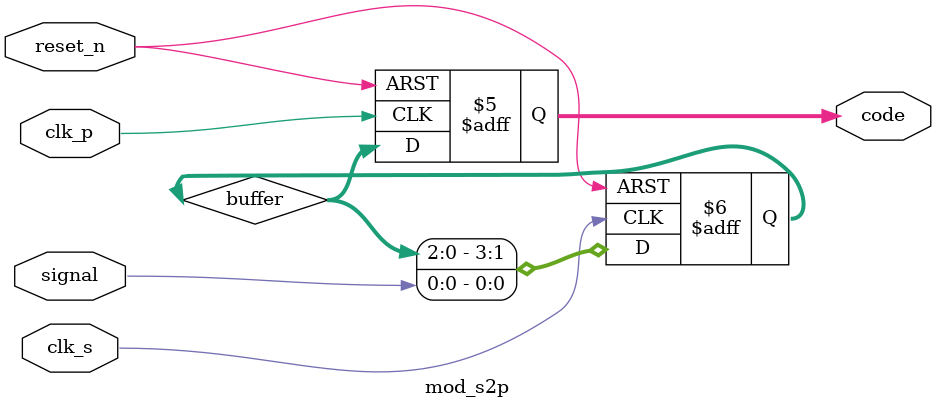
<source format=v>
/*
* 调制 串并转换
*/
module mod_s2p(clk_s,clk_p,reset_n,signal,code);
input clk_s,clk_p,reset_n,signal;
output reg [3:0] code;

reg [3:0] buffer;

always @(posedge clk_s or negedge reset_n) begin
	if(!reset_n) begin
		buffer <= 4'b0000;
	end else begin
		buffer <= {buffer[2:0],signal};
	end
end

always @(posedge clk_p or negedge reset_n) begin
	if(!reset_n) begin
		code <= 4'b0000;
	end else begin
		code <= buffer;
	end
end

endmodule 
</source>
